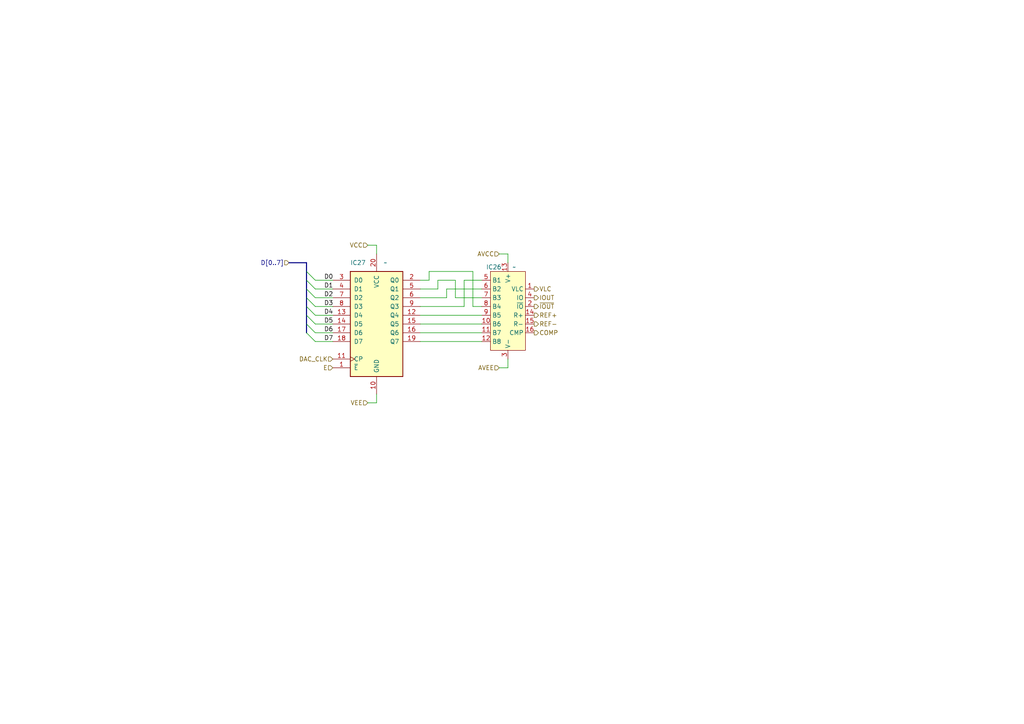
<source format=kicad_sch>
(kicad_sch (version 20211123) (generator eeschema)
  (paper "A4")
  (lib_symbols
    (symbol "74xx:74LS377" (pin_names (offset 1.016))
      (property "Reference" "U" (at -7.62 16.51 0))
      (property "Value" "74LS377" (at -7.62 -16.51 0))
      (symbol "74LS377_1_0"
        (pin input line (at -12.7 -12.7 0) (length 5.08) (name "~{E}") (number "1"))
        (pin power_in line (at 0 -20.32 90) (length 5.08) (name "GND") (number "10"))
        (pin input clock (at -12.7 -10.16 0) (length 5.08) (name "CP") (number "11"))
        (pin output line (at 12.7 2.54 180) (length 5.08) (name "Q4") (number "12"))
        (pin input line (at -12.7 2.54 0) (length 5.08) (name "D4") (number "13"))
        (pin input line (at -12.7 0 0) (length 5.08) (name "D5") (number "14"))
        (pin output line (at 12.7 0 180) (length 5.08) (name "Q5") (number "15"))
        (pin output line (at 12.7 -2.54 180) (length 5.08) (name "Q6") (number "16"))
        (pin input line (at -12.7 -2.54 0) (length 5.08) (name "D6") (number "17"))
        (pin input line (at -12.7 -5.08 0) (length 5.08) (name "D7") (number "18"))
        (pin output line (at 12.7 -5.08 180) (length 5.08) (name "Q7") (number "19"))
        (pin output line (at 12.7 12.7 180) (length 5.08) (name "Q0") (number "2"))
        (pin power_in line (at 0 20.32 270) (length 5.08) (name "VCC") (number "20"))
        (pin input line (at -12.7 12.7 0) (length 5.08) (name "D0") (number "3"))
        (pin input line (at -12.7 10.16 0) (length 5.08) (name "D1") (number "4"))
        (pin output line (at 12.7 10.16 180) (length 5.08) (name "Q1") (number "5"))
        (pin output line (at 12.7 7.62 180) (length 5.08) (name "Q2") (number "6"))
        (pin input line (at -12.7 7.62 0) (length 5.08) (name "D2") (number "7"))
        (pin input line (at -12.7 5.08 0) (length 5.08) (name "D3") (number "8"))
        (pin output line (at 12.7 5.08 180) (length 5.08) (name "Q3") (number "9"))
      )
      (symbol "74LS377_1_1"
        (rectangle (start -7.62 15.24) (end 7.62 -15.24) (stroke (width 0.254)) (fill (type background)))
      )
    )
    (symbol "Custom:DAC0801"
      (property "Reference" "U" (at 0 -1.27 0))
      (property "Value" "DAC0801" (at 10.16 -1.27 0))
      (symbol "DAC0801_0_1"
        (rectangle (start 0 -2.54) (end 10.16 -25.4) (fill (type background)))
      )
      (symbol "DAC0801_1_1"
        (pin input line (at 12.7 -7.62 180) (length 2.54) (name "VLC") (number "1"))
        (pin input line (at -2.54 -17.78 0) (length 2.54) (name "B6") (number "10"))
        (pin input line (at -2.54 -20.32 0) (length 2.54) (name "B7") (number "11"))
        (pin input line (at -2.54 -22.86 0) (length 2.54) (name "B8") (number "12"))
        (pin input line (at 5.08 0 270) (length 2.54) (name "V+") (number "13"))
        (pin input line (at 12.7 -15.24 180) (length 2.54) (name "R+") (number "14"))
        (pin input line (at 12.7 -17.78 180) (length 2.54) (name "R-") (number "15"))
        (pin input line (at 12.7 -20.32 180) (length 2.54) (name "CMP") (number "16"))
        (pin input line (at 12.7 -12.7 180) (length 2.54) (name "~{IO}") (number "2"))
        (pin input line (at 5.08 -27.94 90) (length 2.54) (name "V-") (number "3"))
        (pin input line (at 12.7 -10.16 180) (length 2.54) (name "IO") (number "4"))
        (pin input line (at -2.54 -5.08 0) (length 2.54) (name "B1") (number "5"))
        (pin input line (at -2.54 -7.62 0) (length 2.54) (name "B2") (number "6"))
        (pin input line (at -2.54 -10.16 0) (length 2.54) (name "B3") (number "7"))
        (pin input line (at -2.54 -12.7 0) (length 2.54) (name "B4") (number "8"))
        (pin input line (at -2.54 -15.24 0) (length 2.54) (name "B5") (number "9"))
      )
    )
  )
  (bus_entry (at 91.44 83.82) (size -2.54 -2.54))
  (bus_entry (at 91.44 81.28) (size -2.54 -2.54))
  (bus_entry (at 91.44 91.44) (size -2.54 -2.54))
  (bus_entry (at 91.44 88.9) (size -2.54 -2.54))
  (bus_entry (at 91.44 93.98) (size -2.54 -2.54))
  (bus_entry (at 91.44 99.06) (size -2.54 -2.54))
  (bus_entry (at 91.44 96.52) (size -2.54 -2.54))
  (bus_entry (at 91.44 86.36) (size -2.54 -2.54))
  (bus (pts (xy 83.82 76.2) (xy 88.9 76.2)))
  (wire (pts (xy 121.92 83.82) (xy 127 83.82)))
  (wire (pts (xy 91.44 83.82) (xy 96.52 83.82)))
  (wire (pts (xy 137.16 88.9) (xy 139.7 88.9)))
  (wire (pts (xy 139.7 81.28) (xy 134.62 81.28)))
  (wire (pts (xy 147.32 104.14) (xy 147.32 106.68)))
  (bus (pts (xy 88.9 78.74) (xy 88.9 81.28)))
  (wire (pts (xy 144.78 73.66) (xy 147.32 73.66)))
  (wire (pts (xy 139.7 86.36) (xy 132.08 86.36)))
  (wire (pts (xy 132.08 81.28) (xy 127 81.28)))
  (wire (pts (xy 121.92 96.52) (xy 139.7 96.52)))
  (wire (pts (xy 134.62 81.28) (xy 134.62 88.9)))
  (wire (pts (xy 137.16 78.74) (xy 124.46 78.74)))
  (wire (pts (xy 127 81.28) (xy 127 83.82)))
  (bus (pts (xy 88.9 83.82) (xy 88.9 86.36)))
  (wire (pts (xy 106.68 71.12) (xy 109.22 71.12)))
  (wire (pts (xy 106.68 116.84) (xy 109.22 116.84)))
  (wire (pts (xy 91.44 88.9) (xy 96.52 88.9)))
  (wire (pts (xy 147.32 73.66) (xy 147.32 76.2)))
  (wire (pts (xy 109.22 114.3) (xy 109.22 116.84)))
  (wire (pts (xy 132.08 86.36) (xy 132.08 81.28)))
  (wire (pts (xy 137.16 78.74) (xy 137.16 88.9)))
  (wire (pts (xy 121.92 91.44) (xy 139.7 91.44)))
  (wire (pts (xy 121.92 99.06) (xy 139.7 99.06)))
  (wire (pts (xy 124.46 78.74) (xy 124.46 81.28)))
  (wire (pts (xy 91.44 96.52) (xy 96.52 96.52)))
  (wire (pts (xy 91.44 99.06) (xy 96.52 99.06)))
  (bus (pts (xy 88.9 81.28) (xy 88.9 83.82)))
  (bus (pts (xy 88.9 91.44) (xy 88.9 93.98)))
  (wire (pts (xy 91.44 93.98) (xy 96.52 93.98)))
  (wire (pts (xy 91.44 91.44) (xy 96.52 91.44)))
  (bus (pts (xy 88.9 88.9) (xy 88.9 91.44)))
  (wire (pts (xy 121.92 93.98) (xy 139.7 93.98)))
  (wire (pts (xy 109.22 71.12) (xy 109.22 73.66)))
  (bus (pts (xy 88.9 93.98) (xy 88.9 96.52)))
  (wire (pts (xy 129.54 86.36) (xy 129.54 83.82)))
  (wire (pts (xy 91.44 81.28) (xy 96.52 81.28)))
  (bus (pts (xy 88.9 76.2) (xy 88.9 78.74)))
  (bus (pts (xy 88.9 86.36) (xy 88.9 88.9)))
  (wire (pts (xy 144.78 106.68) (xy 147.32 106.68)))
  (wire (pts (xy 91.44 86.36) (xy 96.52 86.36)))
  (wire (pts (xy 121.92 88.9) (xy 134.62 88.9)))
  (wire (pts (xy 129.54 83.82) (xy 139.7 83.82)))
  (wire (pts (xy 121.92 86.36) (xy 129.54 86.36)))
  (wire (pts (xy 121.92 81.28) (xy 124.46 81.28)))
  (label "D0" (at 93.98 81.28 0))
  (label "D4" (at 93.98 91.44 0))
  (label "D6" (at 93.98 96.52 0))
  (label "D3" (at 93.98 88.9 0))
  (label "D5" (at 93.98 93.98 0))
  (label "D7" (at 93.98 99.06 0))
  (label "D1" (at 93.98 83.82 0))
  (label "D2" (at 93.98 86.36 0))
  (hierarchical_label "~{IOUT}" (shape output) (at 154.94 88.9 0))
  (hierarchical_label "E" (shape input) (at 96.52 106.68 180))
  (hierarchical_label "COMP" (shape output) (at 154.94 96.52 0))
  (hierarchical_label "DAC_CLK" (shape input) (at 96.52 104.14 180))
  (hierarchical_label "AVCC" (shape input) (at 144.78 73.66 180))
  (hierarchical_label "AVEE" (shape input) (at 144.78 106.68 180))
  (hierarchical_label "REF+" (shape output) (at 154.94 91.44 0))
  (hierarchical_label "VCC" (shape input) (at 106.68 71.12 180))
  (hierarchical_label "VEE" (shape input) (at 106.68 116.84 180))
  (hierarchical_label "VLC" (shape output) (at 154.94 83.82 0))
  (hierarchical_label "D[0..7]" (shape input) (at 83.82 76.2 180))
  (hierarchical_label "IOUT" (shape output) (at 154.94 86.36 0))
  (hierarchical_label "REF-" (shape output) (at 154.94 93.98 0))
  (symbol (lib_id "74xx:74LS377") (at 109.22 93.98 0) (unit 1)
    (property "Reference" "IC27" (at 101.6 76.2 0) (effects (justify left)))
    (property "Value" "~" (at 111.2394 76.2 0) (effects (justify left)))
    (property "Datasheet" "http://www.ti.com/lit/gpn/sn74LS377" (effects hide))
  )
  (symbol (lib_id "Custom:DAC0801") (at 142.24 76.2 0) (unit 1)
    (property "Reference" "IC26" (at 140.97 77.47 0) (effects (justify left)))
    (property "Value" "~" (at 148.59 77.47 0) (effects (justify left)))
  )
)
</source>
